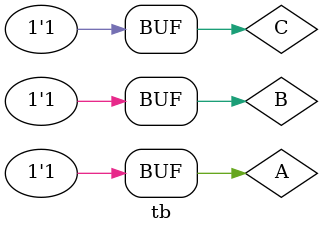
<source format=v>
module tb();

    reg A,B,C;
    wire Q;
    // module declare
    combinational_circuit dut (.A(A),.B(B),.C(C),.Q(Q));

    initial begin
      A <= 1'b0;
      B <= 1'b0;
      C <= 1'b0;
      #100;

      A <= 1'b0;
      B <= 1'b0;
      C <= 1'b1;
      #100;

      A <= 1'b0;
      B <= 1'b1;
      C <= 1'b0;
      #100;

      A <= 1'b0;
      B <= 1'b1;
      C <= 1'b1;
      #100;

      A <= 1'b1;
      B <= 1'b0;
      C <= 1'b0;
      #100;

      A <= 1'b1;
      B <= 1'b0;
      C <= 1'b1;
      #100;

      A <= 1'b1;
      B <= 1'b1;
      C <= 1'b0;
      #100;

      A <= 1'b1;
      B <= 1'b1;
      C <= 1'b1;
      #100;
    end

    initial begin
        $dumpfile("dump.vcd");
        $dumpvars(0);
    end

endmodule
</source>
